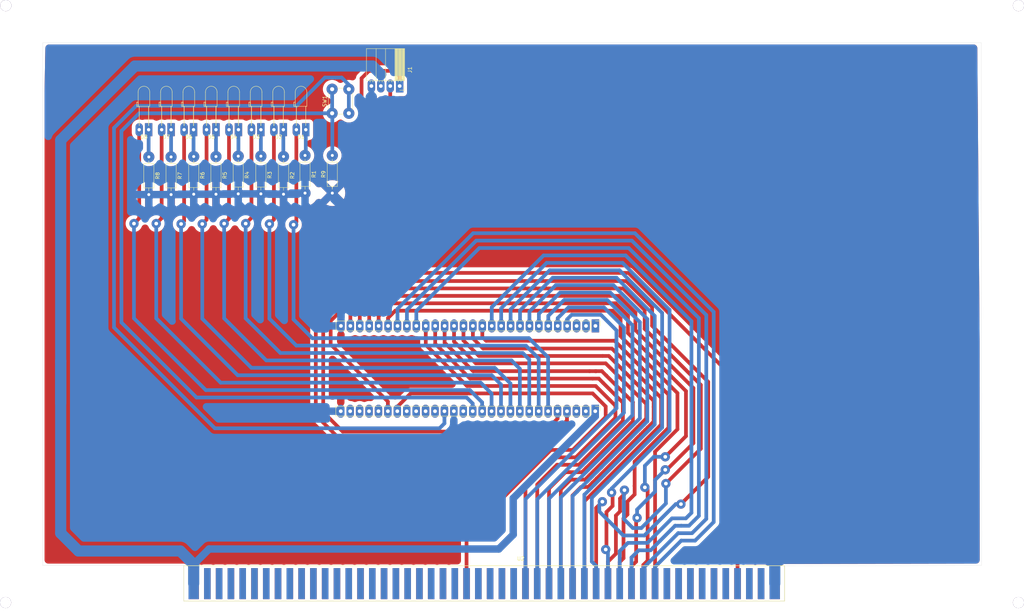
<source format=kicad_pcb>
(kicad_pcb (version 20241229) (generator "pcbnew") (generator_version "9.0")
  (layers (0 "F.Cu" signal) (2 "B.Cu" signal) (13 "F.Paste" user) (15 "B.Paste" user) (5 "F.SilkS" user "F.Silkscreen") (7 "B.SilkS" user "B.Silkscreen") (1 "F.Mask" user) (3 "B.Mask" user) (25 "Edge.Cuts" user))
  (net 0 "")
  (net 1 "GND")
  (net 2 "Net-(U1A-9)")
  (net 3 "Net-(U1A-22)")
  (net 5 "Net-(U1A-23)")
  (net 6 "Net-(U1A-13)")
  (net 7 "Net-(U1A-12)")
  (net 8 "Net-(D4-A)")
  (net 9 "Net-(U1A-21)")
  (net 10 "Net-(U1A-8)")
  (net 11 "Net-(U1A-30{slash}A14)")
  (net 13 "Net-(U1A-6)")
  (net 14 "Net-(U1A-0)")
  (net 15 "Net-(U1A-5)")
  (net 16 "Net-(U1A-31{slash}A13)")
  (net 18 "Net-(U1A-16)")
  (net 20 "Net-(U1A-10)")
  (net 21 "Net-(D6-A)")
  (net 22 "Net-(D5-A)")
  (net 24 "Net-(U1A-17)")
  (net 25 "Net-(U1A-1)")
  (net 26 "Net-(U1A-7)")
  (net 27 "Net-(U1A-19)")
  (net 30 "Net-(D1-A)")
  (net 31 "Net-(U1A-18)")
  (net 32 "Net-(U1A-14)")
  (net 34 "Net-(U1A-11)")
  (net 35 "+5V")
  (net 37 "Net-(D2-A)")
  (net 38 "Net-(D7-A)")
  (net 39 "Net-(U1A-3)")
  (net 40 "Net-(D8-A)")
  (net 42 "Net-(U1A-20)")
  (net 43 "Net-(U1A-15)")
  (net 44 "Net-(U1A-2)")
  (net 45 "Net-(U1A-4)")
  (net 46 "Net-(D3-A)")
  (net 117 "Net-(D8-K)")
  (net 118 "Net-(D1-K)")
  (net 119 "Net-(D2-K)")
  (net 120 "Net-(D3-K)")
  (net 121 "Net-(D4-K)")
  (net 122 "Net-(D5-K)")
  (net 123 "Net-(D6-K)")
  (net 124 "Net-(D7-K)")
  (net 125 "Net-(U1A-36{slash}A8)")
  (net 126 "+3.3V")
  (net 127 "Net-(J1-Pin_1)")
  (net 128 "Net-(J1-Pin_2)")
  (footprint "Resistor_THT:R_Axial_DIN0207_L6.3mm_D2.5mm_P10.16mm_Horizontal" (layer "F.Cu") (at 60.85 42.32 -90)
    (property "Reference" "R6")
    (property "Value" "670")
  )
  (footprint "Resistor_THT:R_Axial_DIN0207_L6.3mm_D2.5mm_P10.16mm_Horizontal" (layer "F.Cu") (at 85.05 42.32 -90)
    (property "Reference" "R2")
    (property "Value" "670")
  )
  (footprint "LED_THT:LED_D3.0mm_Horizontal_O6.35mm_Z10.0mm" (layer "F.Cu") (at 60.8 35.075 180)
    (property "Reference" "D6")
    (property "Value" "LED")
  )
  (footprint "Resistor_THT:R_Axial_DIN0207_L6.3mm_D2.5mm_P10.16mm_Horizontal" (layer "F.Cu") (at 66.85 42.32 -90)
    (property "Reference" "R5")
    (property "Value" "670")
  )
  (footprint "Connector_PinSocket_2.54mm:PinSocket_1x04_P2.54mm_Horizontal" (layer "F.Cu") (at 116.35 23.3 -90)
    (property "Reference" "J1")
    (property "Value" "Conn_01x04_Male")
  )
  (footprint "S_Connectors:s100" (layer "F.Cu") (at 58.172863 162.1983)
    (property "Reference" "U2")
    (property "Value" "~" (hide yes))
  )
  (footprint "Resistor_THT:R_Axial_DIN0207_L6.3mm_D2.5mm_P10.16mm_Horizontal" (layer "F.Cu") (at 78.95 42.22 -90)
    (property "Reference" "R3")
    (property "Value" "670")
  )
  (footprint "fubarino:fubarino_sd" (layer "F.Cu") (at 168.102863 88.3993 -90)
    (property "Reference" "U1" (hide yes))
    (property "Value" "fubarino_sd")
  )
  (footprint "Resistor_THT:R_Axial_DIN0207_L6.3mm_D2.5mm_P10.16mm_Horizontal" (layer "F.Cu") (at 72.85 42.22 -90)
    (property "Reference" "R4")
    (property "Value" "670")
  )
  (footprint "LED_THT:LED_D3.0mm_Horizontal_O6.35mm_Z10.0mm" (layer "F.Cu") (at 85 35.075 180)
    (property "Reference" "D2")
    (property "Value" "LED")
  )
  (footprint "Resistor_THT:R_Axial_DIN0207_L6.3mm_D2.5mm_P10.16mm_Horizontal" (layer "F.Cu") (at 48.75 42.42 -90)
    (property "Reference" "R8")
    (property "Value" "670")
  )
  (footprint "LED_THT:LED_D3.0mm_Horizontal_O6.35mm_Z10.0mm" (layer "F.Cu") (at 91.05 35.075 180)
    (property "Reference" "D1")
    (property "Value" "LED")
  )
  (footprint "LED_THT:LED_D3.0mm_Horizontal_O6.35mm_Z10.0mm" (layer "F.Cu") (at 66.85 35.075 180)
    (property "Reference" "D5")
    (property "Value" "LED")
  )
  (footprint "LED_THT:LED_D3.0mm_Horizontal_O6.35mm_Z10.0mm" (layer "F.Cu") (at 54.75 35.075 180)
    (property "Reference" "D7")
    (property "Value" "LED")
  )
  (footprint "Resistor_THT:R_Axial_DIN0207_L6.3mm_D2.5mm_P10.16mm_Horizontal" (layer "F.Cu") (at 98.2 52.18 90)
    (property "Reference" "R9")
    (property "Value" "1000")
  )
  (footprint "Resistor_THT:R_Axial_DIN0207_L6.3mm_D2.5mm_P10.16mm_Horizontal" (layer "F.Cu") (at 90.85 42.02 -90)
    (property "Reference" "R1")
    (property "Value" "670")
  )
  (footprint "Resistor_THT:R_Axial_DIN0207_L6.3mm_D2.5mm_P10.16mm_Horizontal" (layer "F.Cu") (at 54.75 42.42 -90)
    (property "Reference" "R7")
    (property "Value" "670")
  )
  (footprint "LED_THT:LED_D3.0mm_Horizontal_O6.35mm_Z10.0mm" (layer "F.Cu") (at 72.9 35.075 180)
    (property "Reference" "D4")
    (property "Value" "LED")
  )
  (footprint "Button_Switch_THT:SW_PUSH_6mm_H5mm" (layer "F.Cu") (at 98.15 30.65 90)
    (property "Reference" "SW1")
    (property "Value" "SW_Push")
  )
  (footprint "LED_THT:LED_D3.0mm_Horizontal_O6.35mm_Z10.0mm" (layer "F.Cu") (at 78.95 35.075 180)
    (property "Reference" "D3")
    (property "Value" "LED")
  )
  (footprint "LED_THT:LED_D3.0mm_Horizontal_O6.35mm_Z10.0mm" (layer "F.Cu") (at 48.7 35.075 180)
    (property "Reference" "D8")
    (property "Value" "LED")
  )
  (gr_line (start 220.047863 152.6993) (end 220.047863 162.1993) (stroke (width 0.05)) (layer "Edge.Cuts"))
  (gr_line (start 20.147863 152.5993) (end 20.15002 11.6) (stroke (width 0.05)) (layer "Edge.Cuts"))
  (gr_line (start 58.147863 152.5993) (end 58.147863 162.1993) (stroke (width 0.05)) (layer "Edge.Cuts"))
  (gr_line (start 58.147863 162.1993) (end 220.047863 162.1993) (stroke (width 0.05)) (layer "Edge.Cuts"))
  (gr_line (start 220.047863 162.1993) (end 220.047863 152.6993) (stroke (width 0.05)) (layer "Edge.Cuts"))
  (gr_line (start 58.147863 152.5993) (end 20.147863 152.5993) (stroke (width 0.05)) (layer "Edge.Cuts"))
  (gr_line (start 220.047863 152.6993) (end 273.147863 152.5993) (stroke (width 0.05)) (layer "Edge.Cuts"))
  (gr_line (start 273.147863 152.5993) (end 273.1 11.6) (stroke (width 0.05)) (layer "Edge.Cuts"))
  (gr_line (start 20.2 11.6) (end 273.1 11.6) (stroke (width 0.05)) (layer "Edge.Cuts"))
  (gr_line (start 58.147863 152.5993) (end 58.147863 162.1993) (stroke (width 0.05)) (layer "Edge.Cuts"))
  (via (at 283.1 1.6) (size 3.001) (drill 3) (layers "F.Cu" "B.Cu") (net 0))
  (via (at 283.1 162.5993) (size 3.001) (drill 3) (layers "F.Cu" "B.Cu") (net 0))
  (via (at 10.1479 162.5993) (size 3.001) (drill 3) (layers "F.Cu" "B.Cu") (net 0))
  (via (at 10.2 1.6) (size 3.001) (drill 3) (layers "F.Cu" "B.Cu") (net 0))
  (segment (start 179.5246 58.0993) (end 134.6 58.0993) (width 3) (layer "B.Cu") (net 1))
  (segment (start 75.3 56.75) (end 68.9 56.75) (width 2) (layer "B.Cu") (net 1))
  (segment (start 124.384863 60.4873) (end 124.41342 60.4873) (width 2) (layer "B.Cu") (net 1))
  (segment (start 75.3 56.75) (end 72.85 54.3) (width 1) (layer "B.Cu") (net 1))
  (segment (start 108.7 52) (end 108.7 26.36) (width 3) (layer "B.Cu") (net 1))
  (segment (start 90.85 52.18) (end 90.85 54.6) (width 1) (layer "B.Cu") (net 1))
  (segment (start 88.9 56.75) (end 87.8 56.75) (width 2) (layer "B.Cu") (net 1))
  (segment (start 217.430863 96.005563) (end 179.5246 58.0993) (width 3) (layer "B.Cu") (net 1))
  (segment (start 85.05 54) (end 85.05 52.48) (width 1) (layer "B.Cu") (net 1))
  (segment (start 93 56.75) (end 100.8 56.75) (width 2) (layer "B.Cu") (net 1))
  (segment (start 81.3 56.75) (end 75.3 56.75) (width 2) (layer "B.Cu") (net 1))
  (segment (start 113.45 56.75) (end 114.7993 58.0993) (width 2) (layer "B.Cu") (net 1))
  (segment (start 72.85 54.3) (end 72.85 52.38) (width 1) (layer "B.Cu") (net 1))
  (segment (start 68.9 56.75) (end 66.85 54.7) (width 1) (layer "B.Cu") (net 1))
  (segment (start 134.6 58.0993) (end 114.7993 58.0993) (width 3) (layer "B.Cu") (net 1))
  (segment (start 63 56.75) (end 60.85 54.6) (width 1) (layer "B.Cu") (net 1))
  (segment (start 63 56.75) (end 56.4 56.75) (width 2) (layer "B.Cu") (net 1))
  (segment (start 90.85 54.6) (end 93 56.75) (width 1) (layer "B.Cu") (net 1))
  (segment (start 124.41342 60.4873) (end 126.80142 58.0993) (width 2) (layer "B.Cu") (net 1))
  (segment (start 81.3 56.75) (end 78.95 54.4) (width 1) (layer "B.Cu") (net 1))
  (segment (start 56.4 56.75) (end 54.75 55.1) (width 1) (layer "B.Cu") (net 1))
  (segment (start 124.384863 60.4873) (end 112.087142 72.785022) (width 2) (layer "B.Cu") (net 1))
  (segment (start 134.6 58.0993) (end 126.80142 58.0993) (width 3) (layer "B.Cu") (net 1))
  (segment (start 217.430863 157.4993) (end 217.430863 96.005563) (width 3) (layer "B.Cu") (net 1))
  (segment (start 114.7993 58.0993) (end 108.7 52) (width 3) (layer "B.Cu") (net 1))
  (segment (start 60.85 54.6) (end 60.85 52.48) (width 1) (layer "B.Cu") (net 1))
  (segment (start 112.087142 72.785022) (end 103.122863 81.7493) (width 2) (layer "B.Cu") (net 1))
  (segment (start 48.75 55.4) (end 48.75 52.58) (width 1) (layer "B.Cu") (net 1))
  (segment (start 88.9 56.75) (end 93 56.75) (width 2) (layer "B.Cu") (net 1))
  (segment (start 87.8 56.75) (end 85.05 54) (width 1) (layer "B.Cu") (net 1))
  (segment (start 100.8 56.75) (end 113.45 56.75) (width 2) (layer "B.Cu") (net 1))
  (segment (start 87.8 56.75) (end 81.3 56.75) (width 2) (layer "B.Cu") (net 1))
  (segment (start 102.722863 82.1493) (end 103.122863 81.7493) (width 1) (layer "B.Cu") (net 1))
  (segment (start 54.75 55.1) (end 54.75 52.58) (width 1) (layer "B.Cu") (net 1))
  (segment (start 100.522863 84.3493) (end 100.522863 87.9993) (width 2) (layer "B.Cu") (net 1))
  (segment (start 50.1 56.75) (end 48.75 55.4) (width 1) (layer "B.Cu") (net 1))
  (segment (start 98.2 52.18) (end 98.2 54.15) (width 1) (layer "B.Cu") (net 1))
  (segment (start 108.73 26.33) (end 108.8 26.4) (width 1) (layer "B.Cu") (net 1))
  (segment (start 50.1 56.75) (end 56.4 56.75) (width 1) (layer "B.Cu") (net 1))
  (segment (start 66.85 54.7) (end 66.85 52.48) (width 1) (layer "B.Cu") (net 1))
  (segment (start 98.2 54.15) (end 100.8 56.75) (width 1) (layer "B.Cu") (net 1))
  (segment (start 78.95 54.4) (end 78.95 52.38) (width 1) (layer "B.Cu") (net 1))
  (segment (start 108.7 26.36) (end 108.73 26.33) (width 3) (layer "B.Cu") (net 1))
  (segment (start 108.73 23.3) (end 108.73 26.33) (width 1.5) (layer "B.Cu") (net 1))
  (segment (start 103.122863 81.7493) (end 100.522863 84.3493) (width 2) (layer "B.Cu") (net 1))
  (segment (start 102.422863 82.4493) (end 103.122863 81.7493) (width 1) (layer "B.Cu") (net 1))
  (segment (start 68.9 56.75) (end 63 56.75) (width 2) (layer "B.Cu") (net 1))
  (segment (start 177.73059 138.861916) (end 177.73059 135.37037) (width 1) (layer "F.Cu") (net 2))
  (segment (start 138.622863 90.972863) (end 138.622863 87.9993) (width 1) (layer "F.Cu") (net 2))
  (segment (start 179.671863 131.148092) (end 179.671863 124.579349) (width 1) (layer "F.Cu") (net 2))
  (segment (start 174.262387 91.9993) (end 139.6493 91.9993) (width 1) (layer "F.Cu") (net 2))
  (segment (start 179.672863 131.149092) (end 179.671863 131.148092) (width 1) (layer "F.Cu") (net 2))
  (segment (start 179.671863 124.579349) (end 188.80142 115.449792) (width 1) (layer "F.Cu") (net 2))
  (segment (start 177.73059 135.37037) (end 179.672863 133.428096) (width 1) (layer "F.Cu") (net 2))
  (segment (start 188.80142 115.449792) (end 188.80142 106.538333) (width 1) (layer "F.Cu") (net 2))
  (segment (start 175.647863 151.6733) (end 176.672863 150.6483) (width 1) (layer "F.Cu") (net 2))
  (segment (start 176.672863 150.6483) (end 176.672863 139.919644) (width 1) (layer "F.Cu") (net 2))
  (segment (start 175.647863 157.4993) (end 175.647863 151.6733) (width 1) (layer "F.Cu") (net 2))
  (segment (start 176.672863 139.919644) (end 177.73059 138.861916) (width 1) (layer "F.Cu") (net 2))
  (segment (start 139.6493 91.9993) (end 138.622863 90.972863) (width 1) (layer "F.Cu") (net 2))
  (segment (start 188.80142 106.538333) (end 174.262387 91.9993) (width 1) (layer "F.Cu") (net 2))
  (segment (start 179.672863 133.428096) (end 179.672863 131.149092) (width 1) (layer "F.Cu") (net 2))
  (segment (start 172.472863 151.589802) (end 174.623863 149.438802) (width 1) (layer "F.Cu") (net 3))
  (segment (start 176.529546 77.8963) (end 182.372863 83.739617) (width 1) (layer "F.Cu") (net 3))
  (segment (start 182.372863 88.790409) (end 182.372863 88.790408) (width 1) (layer "F.Cu") (net 3))
  (segment (start 176.921863 133.349256) (end 176.921863 132.288594) (width 1) (layer "F.Cu") (net 3))
  (segment (start 176.771757 132.4387) (end 176.921863 132.288594) (width 1) (layer "F.Cu") (net 3))
  (segment (start 182.372863 83.739617) (end 182.372863 87.132725) (width 1) (layer "F.Cu") (net 3))
  (segment (start 105.602863 87.9993) (end 105.602863 84.457541) (width 1) (layer "F.Cu") (net 3))
  (segment (start 182.372863 88.790409) (end 197.50042 103.917966) (width 1) (layer "F.Cu") (net 3))
  (segment (start 197.50042 103.917966) (end 197.50042 121.109823) (width 1) (layer "F.Cu") (net 3))
  (segment (start 172.472863 157.4993) (end 172.472863 151.589802) (width 1) (layer "F.Cu") (net 3))
  (segment (start 175.72959 134.541529) (end 176.921863 133.349256) (width 1) (layer "F.Cu") (net 3))
  (segment (start 112.164104 77.8963) (end 176.529546 77.8963) (width 1) (layer "F.Cu") (net 3))
  (segment (start 197.50042 121.109823) (end 188.091903 130.51834) (width 1) (layer "F.Cu") (net 3))
  (segment (start 175.72959 138.033075) (end 175.72959 134.541529) (width 1) (layer "F.Cu") (net 3))
  (segment (start 105.602863 84.457541) (end 112.164104 77.8963) (width 1) (layer "F.Cu") (net 3))
  (segment (start 188.091903 130.51834) (end 188.313362 130.739799) (width 1) (layer "F.Cu") (net 3))
  (segment (start 174.623863 149.438802) (end 174.623863 139.138802) (width 1) (layer "F.Cu") (net 3))
  (segment (start 182.372863 87.132725) (end 182.372863 88.790409) (width 1) (layer "F.Cu") (net 3))
  (segment (start 174.623863 139.138802) (end 175.72959 138.033075) (width 1) (layer "F.Cu") (net 3))
  (via (at 188.091903 130.51834) (size 2.5) (drill 1) (layers "F.Cu" "B.Cu") (net 3))
  (via (at 176.921863 132.288594) (size 2.5) (drill 1) (layers "F.Cu" "B.Cu") (net 3))
  (segment (start 179.190472 142.510528) (end 176.771757 140.091813) (width 1) (layer "B.Cu") (net 3))
  (segment (start 176.771757 140.091813) (end 176.771757 132.4387) (width 1) (layer "B.Cu") (net 3))
  (segment (start 188.091903 130.51834) (end 188.091903 135.888101) (width 1) (layer "B.Cu") (net 3))
  (segment (start 188.091903 135.888101) (end 181.469476 142.510528) (width 1) (layer "B.Cu") (net 3))
  (segment (start 181.469476 142.510528) (end 179.190472 142.510528) (width 1) (layer "B.Cu") (net 3))
  (segment (start 187.922863 130.68738) (end 188.091903 130.51834) (width 1) (layer "B.Cu") (net 3))
  (segment (start 176.771757 132.4387) (end 176.921863 132.288594) (width 1) (layer "B.Cu") (net 3))
  (segment (start 169.297863 157.4993) (end 169.297863 137.082754) (width 1) (layer "F.Cu") (net 5))
  (segment (start 103.062863 87.9993) (end 103.062863 84.167699) (width 1) (layer "F.Cu") (net 5))
  (segment (start 199.50142 128.700336) (end 192.145286 136.05647) (width 1) (layer "F.Cu") (net 5))
  (segment (start 169.297863 137.082754) (end 170.97759 135.403027) (width 1) (layer "F.Cu") (net 5))
  (segment (start 111.335262 75.8953) (end 177.358388 75.8953) (width 1) (layer "F.Cu") (net 5))
  (segment (start 184.373863 82.910776) (end 184.373863 87.961567) (width 1) (layer "F.Cu") (net 5))
  (segment (start 177.358388 75.8953) (end 184.373863 82.910776) (width 1) (layer "F.Cu") (net 5))
  (segment (start 199.50142 103.089124) (end 199.50142 128.700336) (width 1) (layer "F.Cu") (net 5))
  (segment (start 184.373863 87.961567) (end 199.50142 103.089124) (width 1) (layer "F.Cu") (net 5))
  (segment (start 103.062863 84.167699) (end 111.335262 75.8953) (width 1) (layer "F.Cu") (net 5))
  (via (at 170.97759 135.403027) (size 2.5) (drill 1) (layers "F.Cu" "B.Cu") (net 5))
  (via (at 192.145286 136.05647) (size 2.5) (drill 1) (layers "F.Cu" "B.Cu") (net 5))
  (segment (start 176.605249 144.511528) (end 170.146863 138.053142) (width 1) (layer "B.Cu") (net 5))
  (segment (start 190.753376 136.05647) (end 182.298317 144.511528) (width 1) (layer "B.Cu") (net 5))
  (segment (start 182.298317 144.511528) (end 176.605249 144.511528) (width 1) (layer "B.Cu") (net 5))
  (segment (start 170.146863 138.053142) (end 170.146863 136.233754) (width 1) (layer "B.Cu") (net 5))
  (segment (start 192.145286 136.05647) (end 190.753376 136.05647) (width 1) (layer "B.Cu") (net 5))
  (segment (start 170.146863 136.233754) (end 170.97759 135.403027) (width 1) (layer "B.Cu") (net 5))
  (segment (start 170.832547 100.1993) (end 170.832547 100.199299) (width 1) (layer "F.Cu") (net 6))
  (segment (start 169.174862 100.1993) (end 169.174864 100.1993) (width 1) (layer "F.Cu") (net 6))
  (segment (start 128.462863 92.513179) (end 136.148984 100.1993) (width 1) (layer "F.Cu") (net 6))
  (segment (start 162.16518 127.4513) (end 161.020863 127.4513) (width 1) (layer "F.Cu") (net 6))
  (segment (start 165.480547 127.451301) (end 165.480545 127.4513) (width 1) (layer "F.Cu") (net 6))
  (segment (start 128.462863 87.9993) (end 128.462863 92.513179) (width 1) (layer "F.Cu") (net 6))
  (segment (start 172.004706 101.371459) (end 178.50342 107.870173) (width 1) (layer "F.Cu") (net 6))
  (segment (start 179.20142 113.730425) (end 178.50342 114.428425) (width 1) (layer "F.Cu") (net 6))
  (segment (start 166.652706 126.279142) (end 166.652706 126.279141) (width 1) (layer "F.Cu") (net 6))
  (segment (start 178.50342 114.428427) (end 166.652706 126.279142) (width 1) (layer "F.Cu") (net 6))
  (segment (start 167.51718 100.1993) (end 169.174862 100.1993) (width 1) (layer "F.Cu") (net 6))
  (segment (start 178.50342 114.428425) (end 178.50342 114.428427) (width 1) (layer "F.Cu") (net 6))
  (segment (start 161.020863 127.4513) (end 156.597863 131.8743) (width 1) (layer "F.Cu") (net 6))
  (segment (start 170.832547 100.199299) (end 172.004706 101.371458) (width 1) (layer "F.Cu") (net 6))
  (segment (start 166.652706 126.279142) (end 165.480547 127.4513) (width 1) (layer "F.Cu") (net 6))
  (segment (start 165.480545 127.4513) (end 163.822863 127.4513) (width 1) (layer "F.Cu") (net 6))
  (segment (start 179.20142 108.568173) (end 179.20142 113.730425) (width 1) (layer "F.Cu") (net 6))
  (segment (start 165.480547 127.4513) (end 165.480547 127.451301) (width 1) (layer "F.Cu") (net 6))
  (segment (start 163.822862 127.4513) (end 162.16518 127.4513) (width 1) (layer "F.Cu") (net 6))
  (segment (start 163.822863 127.4513) (end 163.822862 127.4513) (width 1) (layer "F.Cu") (net 6))
  (segment (start 156.597863 131.8743) (end 156.597863 157.4993) (width 1) (layer "F.Cu") (net 6))
  (segment (start 169.174863 100.199299) (end 170.832547 100.1993) (width 1) (layer "F.Cu") (net 6))
  (segment (start 169.174864 100.1993) (end 169.174863 100.199299) (width 1) (layer "F.Cu") (net 6))
  (segment (start 172.004706 101.371458) (end 172.004706 101.371459) (width 1) (layer "F.Cu") (net 6))
  (segment (start 169.174862 100.1993) (end 169.174863 100.199299) (width 1) (layer "F.Cu") (net 6))
  (segment (start 136.148984 100.1993) (end 167.51718 100.1993) (width 1) (layer "F.Cu") (net 6))
  (segment (start 178.50342 107.870173) (end 179.20142 108.568173) (width 1) (layer "F.Cu") (net 6))
  (segment (start 167.481548 128.280142) (end 167.481547 128.280142) (width 1) (layer "F.Cu") (net 7))
  (segment (start 171.874863 98.1013) (end 182.79842 109.024859) (width 1) (layer "F.Cu") (net 7))
  (segment (start 180.50442 115.257269) (end 180.346367 115.41532) (width 1) (layer "F.Cu") (net 7))
  (segment (start 181.20242 114.559267) (end 180.50442 115.257266) (width 1) (layer "F.Cu") (net 7))
  (segment (start 179.681261 116.080426) (end 179.332261 116.429427) (width 1) (layer "F.Cu") (net 7))
  (segment (start 136.880826 98.1013) (end 171.874863 98.1013) (width 1) (layer "F.Cu") (net 7))
  (segment (start 180.50442 115.257267) (end 180.50442 115.257268) (width 1) (layer "F.Cu") (net 7))
  (segment (start 182.79842 109.024859) (end 182.79842 112.963265) (width 1) (layer "F.Cu") (net 7))
  (segment (start 180.50442 115.257268) (end 180.50442 115.257269) (width 1) (layer "F.Cu") (net 7))
  (segment (start 159.772863 132.0993) (end 159.772863 157.4993) (width 1) (layer "F.Cu") (net 7))
  (segment (start 131.002863 87.9993) (end 131.002863 92.223337) (width 1) (layer "F.Cu") (net 7))
  (segment (start 162.994021 129.4523) (end 162.419863 129.4523) (width 1) (layer "F.Cu") (net 7))
  (segment (start 181.20242 114.559267) (end 181.20242 114.559266) (width 1) (layer "F.Cu") (net 7))
  (segment (start 179.332261 116.429427) (end 168.653705 127.107984) (width 1) (layer "F.Cu") (net 7))
  (segment (start 182.79842 112.963265) (end 181.20242 114.559267) (width 1) (layer "F.Cu") (net 7))
  (segment (start 166.309385 129.4523) (end 164.651706 129.452301) (width 1) (layer "F.Cu") (net 7))
  (segment (start 166.309386 129.4523) (end 166.309385 129.4523) (width 1) (layer "F.Cu") (net 7))
  (segment (start 164.651706 129.452301) (end 164.651705 129.452301) (width 1) (layer "F.Cu") (net 7))
  (segment (start 162.419863 129.4523) (end 159.772863 132.0993) (width 1) (layer "F.Cu") (net 7))
  (segment (start 167.481547 128.280142) (end 166.309388 129.4523) (width 1) (layer "F.Cu") (net 7))
  (segment (start 166.309388 129.4523) (end 166.309386 129.4523) (width 1) (layer "F.Cu") (net 7))
  (segment (start 168.653705 127.107984) (end 167.481548 128.280142) (width 1) (layer "F.Cu") (net 7))
  (segment (start 164.651705 129.452301) (end 162.994021 129.4523) (width 1) (layer "F.Cu") (net 7))
  (segment (start 131.002863 92.223337) (end 136.880826 98.1013) (width 1) (layer "F.Cu") (net 7))
  (segment (start 180.346367 115.41532) (end 180.03026 115.731425) (width 1) (layer "F.Cu") (net 7))
  (segment (start 180.03026 115.731425) (end 180.030261 115.731425) (width 1) (layer "F.Cu") (net 7))
  (segment (start 180.50442 115.257266) (end 180.50442 115.257267) (width 1) (layer "F.Cu") (net 7))
  (segment (start 180.030261 115.731425) (end 179.681261 116.080426) (width 1) (layer "F.Cu") (net 7))
  (segment (start 70.36 59.09) (end 70.36 35.075) (width 1) (layer "F.Cu") (net 8))
  (segment (start 69.05 60.4) (end 70.36 59.09) (width 1) (layer "F.Cu") (net 8))
  (via (at 69.05 60.4) (size 2.5) (drill 1) (layers "F.Cu" "B.Cu") (net 8))
  (segment (start 80.40442 97.3023) (end 70.45106 87.34894) (width 1) (layer "B.Cu") (net 8))
  (segment (start 148.732863 99.5593) (end 146.475863 97.3023) (width 1) (layer "B.Cu") (net 8))
  (segment (start 146.475863 97.3023) (end 80.40442 97.3023) (width 1) (layer "B.Cu") (net 8))
  (segment (start 148.732863 110.9993) (end 148.732863 99.5593) (width 1) (layer "B.Cu") (net 8))
  (segment (start 69.05 60.4) (end 69.05 85.94788) (width 1) (layer "B.Cu") (net 8))
  (segment (start 69.05 85.94788) (end 70.45106 87.34894) (width 1) (layer "B.Cu") (net 8))
  (segment (start 180.371863 89.619251) (end 179.874863 89.122251) (width 1) (layer "F.Cu") (net 9))
  (segment (start 179.874863 89.122251) (end 179.874863 84.411778) (width 1) (layer "F.Cu") (net 9))
  (segment (start 178.822863 152.819458) (end 178.822863 157.4993) (width 1) (layer "F.Cu") (net 9))
  (segment (start 188.313362 126.798292) (end 195.49942 119.612234) (width 1) (layer "F.Cu") (net 9))
  (segment (start 187.922863 126.798292) (end 188.313362 126.798292) (width 1) (layer "F.Cu") (net 9))
  (segment (start 180.072863 140.016639) (end 180.329974 139.759528) (width 1) (layer "F.Cu") (net 9))
  (segment (start 175.360384 79.8973) (end 112.992946 79.8973) (width 1) (layer "F.Cu") (net 9))
  (segment (start 112.992946 79.8973) (end 108.142863 84.747383) (width 1) (layer "F.Cu") (net 9))
  (segment (start 108.142863 84.747383) (end 108.142863 87.9993) (width 1) (layer "F.Cu") (net 9))
  (segment (start 180.072863 151.569458) (end 180.072863 140.016639) (width 1) (layer "F.Cu") (net 9))
  (segment (start 179.874863 84.411778) (end 175.360384 79.8973) (width 1) (layer "F.Cu") (net 9))
  (segment (start 180.072863 151.569458) (end 178.822863 152.819458) (width 1) (layer "F.Cu") (net 9))
  (segment (start 195.49942 104.746808) (end 180.371863 89.619251) (width 1) (layer "F.Cu") (net 9))
  (segment (start 195.49942 119.612234) (end 195.49942 104.746808) (width 1) (layer "F.Cu") (net 9))
  (segment (start 187.922863 126.798292) (end 188.313362 127.188791) (width 1) (layer "F.Cu") (net 9))
  (via (at 187.922863 126.798292) (size 2.5) (drill 1) (layers "F.Cu" "B.Cu") (net 9))
  (via (at 180.329974 139.759528) (size 2.5) (drill 1) (layers "F.Cu" "B.Cu") (net 9))
  (segment (start 185.173863 129.547292) (end 187.922863 126.798292) (width 1) (layer "B.Cu") (net 9))
  (segment (start 180.329974 137.521777) (end 185.173863 132.677888) (width 1) (layer "B.Cu") (net 9))
  (segment (start 180.329974 139.759528) (end 180.329974 137.521777) (width 1) (layer "B.Cu") (net 9))
  (segment (start 185.173863 132.677888) (end 185.173863 129.547292) (width 1) (layer "B.Cu") (net 9))
  (segment (start 177.859635 146.512528) (end 183.127158 146.512528) (width 1) (layer "B.Cu") (net 10))
  (segment (start 155.128698 68.991302) (end 141.162863 82.957137) (width 1) (layer "B.Cu") (net 10))
  (segment (start 194.972863 138.3993) (end 194.972863 86.72025) (width 1) (layer "B.Cu") (net 10))
  (segment (start 177.243915 68.991302) (end 155.128698 68.991302) (width 1) (layer "B.Cu") (net 10))
  (segment (start 194.972863 86.72025) (end 177.243915 68.991302) (width 1) (layer "B.Cu") (net 10))
  (segment (start 193.472863 139.8993) (end 194.972863 138.3993) (width 1) (layer "B.Cu") (net 10))
  (segment (start 141.162863 82.957137) (end 141.162863 87.9993) (width 1) (layer "B.Cu") (net 10))
  (segment (start 186.128814 143.510873) (end 189.740386 139.8993) (width 1) (layer "B.Cu") (net 10))
  (segment (start 175.647863 148.7243) (end 177.859635 146.512528) (width 1) (layer "B.Cu") (net 10))
  (segment (start 189.740386 139.8993) (end 193.472863 139.8993) (width 1) (layer "B.Cu") (net 10))
  (segment (start 183.127158 146.512528) (end 186.128814 143.510873) (width 1) (layer "B.Cu") (net 10))
  (segment (start 175.647863 157.4993) (end 175.647863 148.7243) (width 1) (layer "B.Cu") (net 10))
  (segment (start 97.75142 86.6493) (end 110.70242 73.6983) (width 1) (layer "F.Cu") (net 11))
  (segment (start 207.397863 103.104933) (end 207.397863 157.4993) (width 1) (layer "F.Cu") (net 11))
  (segment (start 177.99123 73.6983) (end 207.397863 103.104933) (width 1) (layer "F.Cu") (net 11))
  (segment (start 97.75142 92.977858) (end 101.137141 96.363579) (width 1) (layer "F.Cu") (net 11))
  (segment (start 113.172863 110.9993) (end 113.172863 108.3993) (width 1) (layer "F.Cu") (net 11))
  (segment (start 97.75142 86.6493) (end 97.75142 92.977858) (width 1) (layer "F.Cu") (net 11))
  (segment (start 113.172863 108.3993) (end 101.137141 96.363579) (width 1) (layer "F.Cu") (net 11))
  (segment (start 110.70242 73.6983) (end 177.99123 73.6983) (width 1) (layer "F.Cu") (net 11))
  (segment (start 168.123863 151.5503) (end 168.123863 134.367665) (width 1) (layer "B.Cu") (net 13))
  (segment (start 175.586231 72.993302) (end 156.786382 72.993302) (width 1) (layer "B.Cu") (net 13))
  (segment (start 187.077863 115.413667) (end 187.077863 84.484937) (width 1) (layer "B.Cu") (net 13))
  (segment (start 169.297863 152.7243) (end 168.123863 151.5503) (width 1) (layer "B.Cu") (net 13))
  (segment (start 168.22659 134.264938) (end 168.22659 134.263525) (width 1) (layer "B.Cu") (net 13))
  (segment (start 172.312964 130.177151) (end 172.314378 130.177151) (width 1) (layer "B.Cu") (net 13))
  (segment (start 156.786382 72.993302) (end 146.242863 83.536821) (width 1) (layer "B.Cu") (net 13))
  (segment (start 146.242863 83.536821) (end 146.242863 87.9993) (width 1) (layer "B.Cu") (net 13))
  (segment (start 169.297863 157.4993) (end 169.297863 152.7243) (width 1) (layer "B.Cu") (net 13))
  (segment (start 168.123863 134.367665) (end 168.22659 134.264938) (width 1) (layer "B.Cu") (net 13))
  (segment (start 172.314378 130.177151) (end 187.077863 115.413667) (width 1) (layer "B.Cu") (net 13))
  (segment (start 168.22659 134.263525) (end 172.312964 130.177151) (width 1) (layer "B.Cu") (net 13))
  (segment (start 187.077863 84.484937) (end 175.586231 72.993302) (width 1) (layer "B.Cu") (net 13))
  (segment (start 174.772863 89.1993) (end 174.772863 110.1993) (width 1) (layer "B.Cu") (net 14))
  (segment (start 174.772863 110.1993) (end 150.247863 134.7243) (width 1) (layer "B.Cu") (net 14))
  (segment (start 170.572863 84.9993) (end 174.772863 89.1993) (width 1) (layer "B.Cu") (net 14))
  (segment (start 161.482863 87.9993) (end 161.482863 86.217137) (width 1) (layer "B.Cu") (net 14))
  (segment (start 161.482863 86.217137) (end 162.7007 84.9993) (width 1) (layer "B.Cu") (net 14))
  (segment (start 162.7007 84.9993) (end 170.572863 84.9993) (width 1) (layer "B.Cu") (net 14))
  (segment (start 150.247863 134.7243) (end 150.247863 157.4993) (width 1) (layer "B.Cu") (net 14))
  (segment (start 168.700466 130.959808) (end 169.009246 130.651027) (width 1) (layer "B.Cu") (net 15))
  (segment (start 167.837088 131.823186) (end 168.700466 130.959807) (width 1) (layer "B.Cu") (net 15))
  (segment (start 174.75739 74.994301) (end 174.757391 74.994302) (width 1) (layer "B.Cu") (net 15))
  (segment (start 166.22559 133.434684) (end 166.22559 133.434683) (width 1) (layer "B.Cu") (net 15))
  (segment (start 166.22559 133.434683) (end 167.397749 132.262525) (width 1) (layer "B.Cu") (net 15))
  (segment (start 148.782863 83.826663) (end 148.782863 87.9993) (width 1) (layer "B.Cu") (net 15))
  (segment (start 185.076863 114.584825) (end 185.076863 85.313777) (width 1) (layer "B.Cu") (net 15))
  (segment (start 166.122863 150.721458) (end 166.122863 135.196507) (width 1) (layer "B.Cu") (net 15))
  (segment (start 169.009246 130.651027) (end 171.484122 128.176151) (width 1) (layer "B.Cu") (net 15))
  (segment (start 168.700466 130.959807) (end 168.700466 130.959808) (width 1) (layer "B.Cu") (net 15))
  (segment (start 166.122863 152.379141) (end 166.122863 150.721458) (width 1) (layer "B.Cu") (net 15))
  (segment (start 166.22559 133.436096) (end 166.22559 133.434684) (width 1) (layer "B.Cu") (net 15))
  (segment (start 171.484123 128.176151) (end 171.485535 128.176151) (width 1) (layer "B.Cu") (net 15))
  (segment (start 167.397749 132.262525) (end 167.837088 131.823186) (width 1) (layer "B.Cu") (net 15))
  (segment (start 185.076863 85.313777) (end 174.75739 74.994301) (width 1) (layer "B.Cu") (net 15))
  (segment (start 166.122863 135.196507) (end 166.122863 133.538823) (width 1) (layer "B.Cu") (net 15))
  (segment (start 171.485535 128.176151) (end 184.174832 115.486856) (width 1) (layer "B.Cu") (net 15))
  (segment (start 166.122863 157.4993) (end 166.122863 152.379141) (width 1) (layer "B.Cu") (net 15))
  (segment (start 166.122863 133.538823) (end 166.22559 133.436096) (width 1) (layer "B.Cu") (net 15))
  (segment (start 174.757391 74.994302) (end 157.615224 74.994302) (width 1) (layer "B.Cu") (net 15))
  (segment (start 157.615224 74.994302) (end 148.782863 83.826663) (width 1) (layer "B.Cu") (net 15))
  (segment (start 184.174832 115.486856) (end 185.076863 114.584825) (width 1) (layer "B.Cu") (net 15))
  (segment (start 171.484122 128.176151) (end 171.484123 128.176151) (width 1) (layer "B.Cu") (net 15))
  (segment (start 166.122863 133.538823) (end 166.122863 133.538824) (width 1) (layer "B.Cu") (net 15))
  (segment (start 171.872221 112.5701) (end 162.994021 121.4483) (width 1) (layer "F.Cu") (net 16))
  (segment (start 115.712863 110.9993) (end 115.712863 109.797219) (width 1) (layer "F.Cu") (net 16))
  (segment (start 162.994021 121.4483) (end 157.094021 121.4483) (width 1) (layer "F.Cu") (net 16))
  (segment (start 115.712863 109.797219) (end 119.307782 106.2023) (width 1) (layer "F.Cu") (net 16))
  (segment (start 134.372863 144.169458) (end 134.372863 157.4993) (width 1) (layer "F.Cu") (net 16))
  (segment (start 119.307782 106.2023) (end 168.346021 106.2023) (width 1) (layer "F.Cu") (net 16))
  (segment (start 157.094021 121.4483) (end 134.372863 144.169458) (width 1) (layer "F.Cu") (net 16))
  (segment (start 168.346021 106.2023) (end 171.872221 109.7285) (width 1) (layer "F.Cu") (net 16))
  (segment (start 171.872221 109.7285) (end 171.872221 112.5701) (width 1) (layer "F.Cu") (net 16))
  (segment (start 183.955999 148.513528) (end 180.758635 148.513528) (width 1) (layer "B.Cu") (net 18))
  (segment (start 195.637783 140.564222) (end 194.301704 141.9003) (width 1) (layer "B.Cu") (net 18))
  (segment (start 186.456125 146.013402) (end 183.955999 148.513528) (width 1) (layer "B.Cu") (net 18))
  (segment (start 137.819384 66.9903) (end 178.072755 66.9903) (width 1) (layer "B.Cu") (net 18))
  (segment (start 196.973863 85.891409) (end 196.973863 139.228142) (width 1) (layer "B.Cu") (net 18))
  (segment (start 194.301704 141.9003) (end 192.226913 141.9003) (width 1) (layer "B.Cu") (net 18))
  (segment (start 192.226913 141.9003) (end 192.226912 141.900299) (width 1) (layer "B.Cu") (net 18))
  (segment (start 120.842863 87.9993) (end 120.842863 83.966821) (width 1) (layer "B.Cu") (net 18))
  (segment (start 190.569228 141.900299) (end 190.569227 141.9003) (width 1) (layer "B.Cu") (net 18))
  (segment (start 190.569229 141.9003) (end 190.569228 141.900299) (width 1) (layer "B.Cu") (net 18))
  (segment (start 120.842863 83.966821) (end 137.819384 66.9903) (width 1) (layer "B.Cu") (net 18))
  (segment (start 178.822863 150.4493) (end 178.822863 157.4993) (width 1) (layer "B.Cu") (net 18))
  (segment (start 190.569227 141.9003) (end 189.397069 143.072458) (width 1) (layer "B.Cu") (net 18))
  (segment (start 196.973863 139.228142) (end 195.637783 140.564222) (width 1) (layer "B.Cu") (net 18))
  (segment (start 178.072755 66.9903) (end 196.973863 85.891409) (width 1) (layer "B.Cu") (net 18))
  (segment (start 180.758635 148.513528) (end 178.822863 150.4493) (width 1) (layer "B.Cu") (net 18))
  (segment (start 192.226912 141.900299) (end 190.569229 141.9003) (width 1) (layer "B.Cu") (net 18))
  (segment (start 189.397069 143.072458) (end 186.456125 146.013402) (width 1) (layer "B.Cu") (net 18))
  (segment (start 173.532547 94.0993) (end 186.80042 107.367175) (width 1) (layer "F.Cu") (net 20))
  (segment (start 136.082863 87.9993) (end 136.082863 91.342863) (width 1) (layer "F.Cu") (net 20))
  (segment (start 136.082863 91.342863) (end 138.8393 94.0993) (width 1) (layer "F.Cu") (net 20))
  (segment (start 138.8393 94.0993) (end 173.532547 94.0993) (width 1) (layer "F.Cu") (net 20))
  (segment (start 166.122863 135.298507) (end 166.122863 157.4993) (width 1) (layer "F.Cu") (net 20))
  (segment (start 186.80042 114.620949) (end 166.122863 135.298507) (width 1) (layer "F.Cu") (net 20))
  (segment (start 186.80042 107.367175) (end 186.80042 114.620949) (width 1) (layer "F.Cu") (net 20))
  (segment (start 57.45 60.5) (end 58.26 59.69) (width 1) (layer "F.Cu") (net 21))
  (segment (start 58.26 59.69) (end 58.26 35.075) (width 1) (layer "F.Cu") (net 21))
  (via (at 57.45 60.5) (size 2.5) (drill 1) (layers "F.Cu" "B.Cu") (net 21))
  (segment (start 143.652863 110.9993) (end 143.652863 103.809142) (width 1) (layer "B.Cu") (net 21))
  (segment (start 141.148021 101.3043) (end 72.70642 101.3043) (width 1) (layer "B.Cu") (net 21))
  (segment (start 72.70642 101.3043) (end 58.85106 87.44894) (width 1) (layer "B.Cu") (net 21))
  (segment (start 57.45 86.04788) (end 58.85106 87.44894) (width 1) (layer "B.Cu") (net 21))
  (segment (start 143.652863 103.809142) (end 141.148021 101.3043) (width 1) (layer "B.Cu") (net 21))
  (segment (start 57.45 60.5) (end 57.45 86.04788) (width 1) (layer "B.Cu") (net 21))
  (segment (start 63.15 60.5) (end 64.31 59.34) (width 1) (layer "F.Cu") (net 22))
  (segment (start 64.31 59.34) (end 64.31 35.075) (width 1) (layer "F.Cu") (net 22))
  (via (at 63.15 60.5) (size 2.5) (drill 1) (layers "F.Cu" "B.Cu") (net 22))
  (segment (start 141.976863 99.3033) (end 76.40542 99.3033) (width 1) (layer "B.Cu") (net 22))
  (segment (start 146.192863 110.9993) (end 146.192863 103.5193) (width 1) (layer "B.Cu") (net 22))
  (segment (start 76.40542 99.3033) (end 64.95106 87.84894) (width 1) (layer "B.Cu") (net 22))
  (segment (start 63.15 60.5) (end 63.15 86.04788) (width 1) (layer "B.Cu") (net 22))
  (segment (start 146.192863 103.5193) (end 141.976863 99.3033) (width 1) (layer "B.Cu") (net 22))
  (segment (start 63.15 86.04788) (end 64.95106 87.84894) (width 1) (layer "B.Cu") (net 22))
  (segment (start 136.990542 64.9893) (end 118.302863 83.676979) (width 1) (layer "B.Cu") (net 24))
  (segment (start 118.302863 83.676979) (end 118.302863 87.9993) (width 1) (layer "B.Cu") (net 24))
  (segment (start 184.344022 150.955346) (end 191.39807 143.9013) (width 1) (layer "B.Cu") (net 24))
  (segment (start 198.974863 85.062567) (end 178.901596 64.9893) (width 1) (layer "B.Cu") (net 24))
  (segment (start 181.997863 153.301506) (end 183.492068 151.807301) (width 1) (layer "B.Cu") (net 24))
  (segment (start 195.130545 143.9013) (end 198.974863 140.056983) (width 1) (layer "B.Cu") (net 24))
  (segment (start 183.492068 151.807301) (end 184.344022 150.955346) (width 1) (layer "B.Cu") (net 24))
  (segment (start 191.39807 143.9013) (end 191.398069 143.9013) (width 1) (layer "B.Cu") (net 24))
  (segment (start 181.997863 157.4993) (end 181.997863 153.301506) (width 1) (layer "B.Cu") (net 24))
  (segment (start 191.39807 143.9013) (end 195.130545 143.9013) (width 1) (layer "B.Cu") (net 24))
  (segment (start 178.901596 64.9893) (end 136.990542 64.9893) (width 1) (layer "B.Cu") (net 24))
  (segment (start 198.974863 140.056983) (end 198.974863 85.062567) (width 1) (layer "B.Cu") (net 24))
  (segment (start 158.942863 87.9993) (end 158.942863 85.897137) (width 1) (layer "B.Cu") (net 25))
  (segment (start 158.942863 85.897137) (end 161.8417 82.9983) (width 1) (layer "B.Cu") (net 25))
  (segment (start 171.401705 82.9983) (end 176.773863 88.370459) (width 1) (layer "B.Cu") (net 25))
  (segment (start 153.422863 134.7493) (end 153.422863 157.4993) (width 1) (layer "B.Cu") (net 25))
  (segment (start 176.773863 88.370459) (end 176.773863 111.3983) (width 1) (layer "B.Cu") (net 25))
  (segment (start 161.8417 82.9983) (end 171.401705 82.9983) (width 1) (layer "B.Cu") (net 25))
  (segment (start 176.773863 111.3983) (end 153.422863 134.7493) (width 1) (layer "B.Cu") (net 25))
  (segment (start 172.072863 138.198256) (end 173.72859 136.542529) (width 1) (layer "F.Cu") (net 26))
  (segment (start 172.072863 148.0993) (end 172.072863 138.198256) (width 1) (layer "F.Cu") (net 26))
  (segment (start 173.72859 133.204275) (end 173.452466 132.928151) (width 1) (layer "F.Cu") (net 26))
  (segment (start 171.872863 148.2993) (end 172.072863 148.0993) (width 1) (layer "F.Cu") (net 26))
  (segment (start 173.72859 136.542529) (end 173.72859 133.204275) (width 1) (layer "F.Cu") (net 26))
  (via (at 171.872863 148.2993) (size 2.5) (drill 1) (layers "F.Cu" "B.Cu") (net 26))
  (via (at 173.452466 132.928151) (size 2.5) (drill 1) (layers "F.Cu" "B.Cu") (net 26))
  (segment (start 176.415073 70.992302) (end 189.078863 83.656095) (width 1) (layer "B.Cu") (net 26))
  (segment (start 143.702863 87.9993) (end 143.702863 83.246979) (width 1) (layer "B.Cu") (net 26))
  (segment (start 189.078863 83.656095) (end 189.078863 116.242509) (width 1) (layer "B.Cu") (net 26))
  (segment (start 173.452466 131.868904) (end 173.452466 132.928151) (width 1) (layer "B.Cu") (net 26))
  (segment (start 189.078863 116.242509) (end 173.452466 131.868904) (width 1) (layer "B.Cu") (net 26))
  (segment (start 172.472863 148.8993) (end 172.472863 157.4993) (width 1) (layer "B.Cu") (net 26))
  (segment (start 171.872863 148.2993) (end 172.472863 148.8993) (width 1) (layer "B.Cu") (net 26))
  (segment (start 143.702863 83.246979) (end 155.95754 70.992302) (width 1) (layer "B.Cu") (net 26))
  (segment (start 155.95754 70.992302) (end 176.415073 70.992302) (width 1) (layer "B.Cu") (net 26))
  (segment (start 113.222863 85.837137) (end 115.1607 83.8993) (width 1) (layer "F.Cu") (net 27))
  (segment (start 191.20142 115.879633) (end 185.172863 121.90819) (width 1) (layer "F.Cu") (net 27))
  (segment (start 115.1607 83.8993) (end 173.702702 83.8993) (width 1) (layer "F.Cu") (net 27))
  (segment (start 175.872863 90.779934) (end 191.20142 106.108491) (width 1) (layer "F.Cu") (net 27))
  (segment (start 191.20142 106.108491) (end 191.20142 115.879633) (width 1) (layer "F.Cu") (net 27))
  (segment (start 185.172863 121.90819) (end 185.172863 157.4993) (width 1) (layer "F.Cu") (net 27))
  (segment (start 175.872863 86.069461) (end 175.872863 90.779934) (width 1) (layer "F.Cu") (net 27))
  (segment (start 113.222863 87.9993) (end 113.222863 85.837137) (width 1) (layer "F.Cu") (net 27))
  (segment (start 173.702702 83.8993) (end 175.872863 86.069461) (width 1) (layer "F.Cu") (net 27))
  (segment (start 87.75 60.7) (end 88.51 59.94) (width 1) (layer "F.Cu") (net 30))
  (segment (start 88.51 59.94) (end 88.51 35.075) (width 1) (layer "F.Cu") (net 30))
  (via (at 87.75 60.7) (size 2.5) (drill 1) (layers "F.Cu" "B.Cu") (net 30))
  (segment (start 92.80142 91.2993) (end 88.80106 87.29894) (width 1) (layer "B.Cu") (net 30))
  (segment (start 156.352863 96.4793) (end 151.172863 91.2993) (width 1) (layer "B.Cu") (net 30))
  (segment (start 156.352863 110.9993) (end 156.352863 96.4793) (width 1) (layer "B.Cu") (net 30))
  (segment (start 87.75 86.24788) (end 88.80106 87.29894) (width 1) (layer "B.Cu") (net 30))
  (segment (start 151.172863 91.2993) (end 92.80142 91.2993) (width 1) (layer "B.Cu") (net 30))
  (segment (start 87.75 60.7) (end 87.75 86.24788) (width 1) (layer "B.Cu") (net 30))
  (segment (start 185.172863 157.4993) (end 185.172863 152.956346) (width 1) (layer "B.Cu") (net 31))
  (segment (start 115.762863 83.387137) (end 115.762863 87.9993) (width 1) (layer "B.Cu") (net 31))
  (segment (start 185.172863 152.956346) (end 192.226911 145.9023) (width 1) (layer "B.Cu") (net 31))
  (segment (start 179.730437 62.9883) (end 136.1617 62.9883) (width 1) (layer "B.Cu") (net 31))
  (segment (start 136.1617 62.9883) (end 115.762863 83.387137) (width 1) (layer "B.Cu") (net 31))
  (segment (start 192.226911 145.9023) (end 195.959386 145.9023) (width 1) (layer "B.Cu") (net 31))
  (segment (start 195.959386 145.9023) (end 200.975863 140.885824) (width 1) (layer "B.Cu") (net 31))
  (segment (start 200.975863 140.885824) (end 200.975863 84.233725) (width 1) (layer "B.Cu") (net 31))
  (segment (start 200.975863 84.233725) (end 179.730437 62.9883) (width 1) (layer "B.Cu") (net 31))
  (segment (start 176.50242 111.941901) (end 176.50242 113.599585) (width 1) (layer "F.Cu") (net 32))
  (segment (start 125.922863 92.803021) (end 135.320142 102.2003) (width 1) (layer "F.Cu") (net 32))
  (segment (start 125.922863 87.9993) (end 125.922863 92.803021) (width 1) (layer "F.Cu") (net 32))
  (segment (start 176.50242 113.599585) (end 164.651705 125.4503) (width 1) (layer "F.Cu") (net 32))
  (segment (start 162.994021 125.4503) (end 158.751705 125.4503) (width 1) (layer "F.Cu") (net 32))
  (segment (start 158.751705 125.4503) (end 153.422863 130.779142) (width 1) (layer "F.Cu") (net 32))
  (segment (start 168.346021 102.2003) (end 170.003705 102.2003) (width 1) (layer "F.Cu") (net 32))
  (segment (start 170.003705 102.2003) (end 170.003704 102.2003) (width 1) (layer "F.Cu") (net 32))
  (segment (start 164.651705 125.4503) (end 164.651704 125.4503) (width 1) (layer "F.Cu") (net 32))
  (segment (start 153.422863 130.779142) (end 153.422863 157.4993) (width 1) (layer "F.Cu") (net 32))
  (segment (start 176.50242 110.356699) (end 176.50242 111.941901) (width 1) (layer "F.Cu") (net 32))
  (segment (start 135.320142 102.2003) (end 168.346021 102.2003) (width 1) (layer "F.Cu") (net 32))
  (segment (start 176.50242 108.699015) (end 176.50242 108.699016) (width 1) (layer "F.Cu") (net 32))
  (segment (start 164.651704 125.4503) (end 162.994021 125.4503) (width 1) (layer "F.Cu") (net 32))
  (segment (start 176.50242 108.699016) (end 176.50242 110.356699) (width 1) (layer "F.Cu") (net 32))
  (segment (start 170.003705 102.2003) (end 171.175863 103.372459) (width 1) (layer "F.Cu") (net 32))
  (segment (start 171.175863 103.372459) (end 176.50242 108.699015) (width 1) (layer "F.Cu") (net 32))
  (segment (start 180.771483 117.820047) (end 180.510106 118.081425) (width 1) (layer "F.Cu") (net 34))
  (segment (start 183.20342 115.38811) (end 182.50542 116.086107) (width 1) (layer "F.Cu") (net 34))
  (segment (start 180.161104 118.430426) (end 170.654705 127.936825) (width 1) (layer "F.Cu") (net 34))
  (segment (start 165.218861 131.453302) (end 162.947863 133.7243) (width 1) (layer "F.Cu") (net 34))
  (segment (start 184.79942 108.196018) (end 184.79942 109.853701) (width 1) (layer "F.Cu") (net 34))
  (segment (start 137.709668 96.1003) (end 171.046021 96.1003) (width 1) (layer "F.Cu") (net 34))
  (segment (start 181.333261 117.258267) (end 181.333261 117.258269) (width 1) (layer "F.Cu") (net 34))
  (segment (start 182.505415 116.086114) (end 182.505415 116.086124) (width 1) (layer "F.Cu") (net 34))
  (segment (start 172.703705 96.1003) (end 184.79942 108.196018) (width 1) (layer "F.Cu") (net 34))
  (segment (start 181.801324 116.790205) (end 181.333261 117.258267) (width 1) (layer "F.Cu") (net 34))
  (segment (start 167.138227 131.4533) (end 165.480549 131.453301) (width 1) (layer "F.Cu") (net 34))
  (segment (start 181.968993 116.622537) (end 181.801324 116.790205) (width 1) (layer "F.Cu") (net 34))
  (segment (start 162.947863 133.7243) (end 162.947863 157.4993) (width 1) (layer "F.Cu") (net 34))
  (segment (start 168.31039 130.281143) (end 168.310386 130.281143) (width 1) (layer "F.Cu") (net 34))
  (segment (start 182.50542 116.086109) (end 182.505415 116.086114) (width 1) (layer "F.Cu") (net 34))
  (segment (start 169.482549 129.108984) (end 168.31039 130.281143) (width 1) (layer "F.Cu") (net 34))
  (segment (start 167.138229 131.4533) (end 167.138228 131.453301) (width 1) (layer "F.Cu") (net 34))
  (segment (start 167.138228 131.453301) (end 167.138227 131.4533) (width 1) (layer "F.Cu") (net 34))
  (segment (start 183.20342 115.388108) (end 183.20342 115.38811) (width 1) (layer "F.Cu") (net 34))
  (segment (start 181.333259 117.258269) (end 180.771483 117.820047) (width 1) (layer "F.Cu") (net 34))
  (segment (start 165.480549 131.453301) (end 165.480548 131.453302) (width 1) (layer "F.Cu") (net 34))
  (segment (start 165.480544 131.453301) (end 165.218861 131.453302) (width 1) (layer "F.Cu") (net 34))
  (segment (start 133.542863 91.933495) (end 137.709668 96.1003) (width 1) (layer "F.Cu") (net 34))
  (segment (start 168.310386 130.281143) (end 168.310384 130.281143) (width 1) (layer "F.Cu") (net 34))
  (segment (start 180.510106 118.081425) (end 180.161106 118.430426) (width 1) (layer "F.Cu") (net 34))
  (segment (start 181.333261 117.258269) (end 181.333259 117.258269) (width 1) (layer "F.Cu") (net 34))
  (segment (start 170.654705 127.936825) (end 169.482549 129.108981) (width 1) (layer "F.Cu") (net 34))
  (segment (start 165.480548 131.453302) (end 165.480544 131.453301) (width 1) (layer "F.Cu") (net 34))
  (segment (start 182.50542 116.086108) (end 182.50542 116.086109) (width 1) (layer "F.Cu") (net 34))
  (segment (start 180.161106 118.430426) (end 180.161104 118.430426) (width 1) (layer "F.Cu") (net 34))
  (segment (start 184.799421 113.792106) (end 184.79942 113.792107) (width 1) (layer "F.Cu") (net 34))
  (segment (start 182.505415 116.086124) (end 181.968993 116.622537) (width 1) (layer "F.Cu") (net 34))
  (segment (start 133.542863 87.9993) (end 133.542863 91.933495) (width 1) (layer "F.Cu") (net 34))
  (segment (start 184.79942 112.963264) (end 184.799421 113.792106) (width 1) (layer "F.Cu") (net 34))
  (segment (start 184.79942 113.792107) (end 183.20342 115.388108) (width 1) (layer "F.Cu") (net 34))
  (segment (start 184.79942 108.196018) (end 184.79942 108.196017) (width 1) (layer "F.Cu") (net 34))
  (segment (start 169.482549 129.108981) (end 169.482549 129.108982) (width 1) (layer "F.Cu") (net 34))
  (segment (start 168.310384 130.281143) (end 167.138229 131.4533) (width 1) (layer "F.Cu") (net 34))
  (segment (start 184.79942 109.853701) (end 184.79942 112.963264) (width 1) (layer "F.Cu") (net 34))
  (segment (start 169.482549 129.108982) (end 169.482549 129.108984) (width 1) (layer "F.Cu") (net 34))
  (segment (start 171.046021 96.1003) (end 172.703705 96.1003) (width 1) (layer "F.Cu") (net 34))
  (segment (start 182.50542 116.086107) (end 182.50542 116.086108) (width 1) (layer "F.Cu") (net 34))
  (segment (start 25.00142 97.4993) (end 25.00142 37.89858) (width 3) (layer "B.Cu") (net 35))
  (segment (start 109.031162 17.9) (end 111.27 20.138838) (width 3) (layer "B.Cu") (net 35))
  (segment (start 146.95142 144.285571) (end 146.95142 134.488952) (width 2) (layer "B.Cu") (net 35))
  (segment (start 25.00142 37.89858) (end 45 17.9) (width 3) (layer "B.Cu") (net 35))
  (segment (start 64.983861 148.164302) (end 143.072689 148.164302) (width 2) (layer "B.Cu") (net 35))
  (segment (start 57.230863 148.6993) (end 60.839863 152.3083) (width 3) (layer "B.Cu") (net 35))
  (segment (start 60.839863 152.3083) (end 60.839863 157.4993) (width 3) (layer "B.Cu") (net 35))
  (segment (start 146.95142 134.488952) (end 169.052863 112.387509) (width 2) (layer "B.Cu") (net 35))
  (segment (start 169.052863 112.387509) (end 169.052863 110.9993) (width 2) (layer "B.Cu") (net 35))
  (segment (start 29.80142 148.6993) (end 57.230863 148.6993) (width 3) (layer "B.Cu") (net 35))
  (segment (start 25.00142 143.8993) (end 29.80142 148.6993) (width 3) (layer "B.Cu") (net 35))
  (segment (start 111.27 23.3) (end 111.27 21.10097) (width 1.5) (layer "B.Cu") (net 35))
  (segment (start 143.072689 148.164302) (end 146.95142 144.285571) (width 2) (layer "B.Cu") (net 35))
  (segment (start 25.00142 97.4993) (end 25.00142 143.8993) (width 3) (layer "B.Cu") (net 35))
  (segment (start 60.839863 152.3083) (end 64.983861 148.164302) (width 2) (layer "B.Cu") (net 35))
  (segment (start 25.00142 108.7993) (end 25.00142 97.4993) (width 3) (layer "B.Cu") (net 35))
  (segment (start 45 17.9) (end 109.031162 17.9) (width 3) (layer "B.Cu") (net 35))
  (segment (start 81.25 60.5) (end 82.46 59.29) (width 1) (layer "F.Cu") (net 37))
  (segment (start 82.46 59.29) (end 82.46 35.075) (width 1) (layer "F.Cu") (net 37))
  (via (at 81.25 60.5) (size 2.5) (drill 1) (layers "F.Cu" "B.Cu") (net 37))
  (segment (start 81.25 86.04788) (end 82.60106 87.39894) (width 1) (layer "B.Cu") (net 37))
  (segment (start 153.812863 110.9993) (end 153.812863 96.769142) (width 1) (layer "B.Cu") (net 37))
  (segment (start 81.25 60.5) (end 81.25 86.04788) (width 1) (layer "B.Cu") (net 37))
  (segment (start 153.812863 96.769142) (end 150.344021 93.3003) (width 1) (layer "B.Cu") (net 37))
  (segment (start 88.50242 93.3003) (end 82.60106 87.39894) (width 1) (layer "B.Cu") (net 37))
  (segment (start 150.344021 93.3003) (end 88.50242 93.3003) (width 1) (layer "B.Cu") (net 37))
  (segment (start 52.21 58.94) (end 52.21 35.075) (width 1) (layer "F.Cu") (net 38))
  (segment (start 50.75 60.4) (end 52.21 58.94) (width 1) (layer "F.Cu") (net 38))
  (via (at 50.75 60.4) (size 2.5) (drill 1) (layers "F.Cu" "B.Cu") (net 38))
  (segment (start 138.172863 103.3053) (end 68.10742 103.3053) (width 1) (layer "B.Cu") (net 38))
  (segment (start 68.10742 103.3053) (end 51.80106 86.99894) (width 1) (layer "B.Cu") (net 38))
  (segment (start 141.112863 110.9993) (end 141.112863 106.2453) (width 1) (layer "B.Cu") (net 38))
  (segment (start 141.112863 106.2453) (end 138.172863 103.3053) (width 1) (layer "B.Cu") (net 38))
  (segment (start 50.75 85.94788) (end 51.80106 86.99894) (width 1) (layer "B.Cu") (net 38))
  (segment (start 50.75 60.4) (end 50.75 85.94788) (width 1) (layer "B.Cu") (net 38))
  (segment (start 181.074863 86.971459) (end 181.074863 112.927142) (width 1) (layer "B.Cu") (net 39))
  (segment (start 159.6037 78.9963) (end 173.099705 78.9963) (width 1) (layer "B.Cu") (net 39))
  (segment (start 153.862863 87.9993) (end 153.862863 84.737137) (width 1) (layer "B.Cu") (net 39))
  (segment (start 159.772863 134.229142) (end 159.772863 157.4993) (width 1) (layer "B.Cu") (net 39))
  (segment (start 153.862863 84.737137) (end 159.6037 78.9963) (width 1) (layer "B.Cu") (net 39))
  (segment (start 173.099705 78.9963) (end 181.074863 86.971459) (width 1) (layer "B.Cu") (net 39))
  (segment (start 181.074863 112.927142) (end 159.772863 134.229142) (width 1) (layer "B.Cu") (net 39))
  (segment (start 46.16 58.99) (end 46.16 35.075) (width 1) (layer "F.Cu") (net 40))
  (segment (start 44.75 60.4) (end 46.16 58.99) (width 1) (layer "F.Cu") (net 40))
  (via (at 44.75 60.4) (size 2.5) (drill 1) (layers "F.Cu" "B.Cu") (net 40))
  (segment (start 64.10842 105.3063) (end 46.40106 87.59894) (width 1) (layer "B.Cu") (net 40))
  (segment (start 135.265863 105.3063) (end 64.10842 105.3063) (width 1) (layer "B.Cu") (net 40))
  (segment (start 44.75 60.4) (end 44.75 85.94788) (width 1) (layer "B.Cu") (net 40))
  (segment (start 138.572863 110.9993) (end 138.572863 108.6133) (width 1) (layer "B.Cu") (net 40))
  (segment (start 44.75 85.94788) (end 46.40106 87.59894) (width 1) (layer "B.Cu") (net 40))
  (segment (start 138.572863 108.6133) (end 135.265863 105.3063) (width 1) (layer "B.Cu") (net 40))
  (segment (start 114.1617 81.8983) (end 174.531543 81.8983) (width 1) (layer "F.Cu") (net 42))
  (segment (start 183.171863 151.3003) (end 183.171863 132.287386) (width 1) (layer "F.Cu") (net 42))
  (segment (start 193.49842 105.57565) (end 193.49842 117.722732) (width 1) (layer "F.Cu") (net 42))
  (segment (start 181.997863 157.4993) (end 181.997863 152.4743) (width 1) (layer "F.Cu") (net 42))
  (segment (start 183.171863 132.287386) (end 182.422863 131.538386) (width 1) (layer "F.Cu") (net 42))
  (segment (start 177.873863 85.24062) (end 177.873863 89.951093) (width 1) (layer "F.Cu") (net 42))
  (segment (start 193.49842 117.722732) (end 187.922863 123.298289) (width 1) (layer "F.Cu") (net 42))
  (segment (start 174.531543 81.8983) (end 177.873863 85.24062) (width 1) (layer "F.Cu") (net 42))
  (segment (start 181.997863 152.4743) (end 183.171863 151.3003) (width 1) (layer "F.Cu") (net 42))
  (segment (start 177.873863 89.951093) (end 193.49842 105.57565) (width 1) (layer "F.Cu") (net 42))
  (segment (start 110.682863 87.9993) (end 110.682863 85.377137) (width 1) (layer "F.Cu") (net 42))
  (segment (start 110.682863 85.377137) (end 114.1617 81.8983) (width 1) (layer "F.Cu") (net 42))
  (via (at 187.922863 123.298289) (size 2.5) (drill 1) (layers "F.Cu" "B.Cu") (net 42))
  (via (at 182.422863 131.538386) (size 2.5) (drill 1) (layers "F.Cu" "B.Cu") (net 42))
  (segment (start 182.422863 125.72835) (end 182.422863 131.538386) (width 1) (layer "B.Cu") (net 42))
  (segment (start 181.972863 131.988386) (end 182.422863 131.538386) (width 1) (layer "B.Cu") (net 42))
  (segment (start 187.922863 123.298289) (end 184.852924 123.298289) (width 1) (layer "B.Cu") (net 42))
  (segment (start 184.852924 123.298289) (end 182.422863 125.72835) (width 1) (layer "B.Cu") (net 42))
  (segment (start 123.382863 93.092863) (end 134.4913 104.2013) (width 1) (layer "F.Cu") (net 43))
  (segment (start 157.922863 123.4493) (end 150.247863 131.1243) (width 1) (layer "F.Cu") (net 43))
  (segment (start 123.382863 87.9993) (end 123.382863 93.092863) (width 1) (layer "F.Cu") (net 43))
  (segment (start 174.50142 112.770743) (end 163.822863 123.4493) (width 1) (layer "F.Cu") (net 43))
  (segment (start 174.50142 109.527857) (end 174.50142 112.770743) (width 1) (layer "F.Cu") (net 43))
  (segment (start 163.822863 123.4493) (end 157.922863 123.4493) (width 1) (layer "F.Cu") (net 43))
  (segment (start 169.174863 104.2013) (end 174.50142 109.527857) (width 1) (layer "F.Cu") (net 43))
  (segment (start 150.247863 131.1243) (end 150.247863 157.4993) (width 1) (layer "F.Cu") (net 43))
  (segment (start 134.4913 104.2013) (end 169.174863 104.2013) (width 1) (layer "F.Cu") (net 43))
  (segment (start 156.597863 157.4993) (end 156.597863 134.5743) (width 1) (layer "B.Cu") (net 44))
  (segment (start 172.270863 80.9973) (end 160.6927 80.9973) (width 1) (layer "B.Cu") (net 44))
  (segment (start 179.073863 112.0983) (end 179.073863 87.8003) (width 1) (layer "B.Cu") (net 44))
  (segment (start 160.6927 80.9973) (end 156.402863 85.287137) (width 1) (layer "B.Cu") (net 44))
  (segment (start 156.402863 85.287137) (end 156.402863 87.9993) (width 1) (layer "B.Cu") (net 44))
  (segment (start 156.597863 134.5743) (end 179.073863 112.0983) (width 1) (layer "B.Cu") (net 44))
  (segment (start 179.073863 87.8003) (end 172.270863 80.9973) (width 1) (layer "B.Cu") (net 44))
  (segment (start 164.121863 132.709981) (end 164.121863 132.709982) (width 1) (layer "B.Cu") (net 45))
  (segment (start 170.65528 126.17515) (end 170.65528 126.175151) (width 1) (layer "B.Cu") (net 45))
  (segment (start 164.121863 132.709984) (end 162.947863 133.883984) (width 1) (layer "B.Cu") (net 45))
  (segment (start 164.121863 132.709982) (end 164.121863 132.709984) (width 1) (layer "B.Cu") (net 45))
  (segment (start 164.22459 132.605843) (end 164.22459 132.607254) (width 1) (layer "B.Cu") (net 45))
  (segment (start 162.947863 133.883984) (end 162.947863 157.4993) (width 1) (layer "B.Cu") (net 45))
  (segment (start 169.483121 127.347312) (end 168.180403 128.650029) (width 1) (layer "B.Cu") (net 45))
  (segment (start 167.715039 129.115392) (end 167.008246 129.822185) (width 1) (layer "B.Cu") (net 45))
  (segment (start 168.180401 128.650029) (end 167.715039 129.115392) (width 1) (layer "B.Cu") (net 45))
  (segment (start 182.173832 114.658014) (end 170.829545 126.0023) (width 1) (layer "B.Cu") (net 45))
  (segment (start 158.444066 76.995302) (end 173.928549 76.995302) (width 1) (layer "B.Cu") (net 45))
  (segment (start 164.22459 132.607254) (end 164.121863 132.709981) (width 1) (layer "B.Cu") (net 45))
  (segment (start 183.075863 113.755984) (end 182.173832 114.658014) (width 1) (layer "B.Cu") (net 45))
  (segment (start 170.829545 126.002302) (end 170.656693 126.175151) (width 1) (layer "B.Cu") (net 45))
  (segment (start 169.483121 127.347309) (end 169.483121 127.347312) (width 1) (layer "B.Cu") (net 45))
  (segment (start 151.322863 84.116505) (end 158.444066 76.995302) (width 1) (layer "B.Cu") (net 45))
  (segment (start 170.65528 126.175151) (end 169.483121 127.347309) (width 1) (layer "B.Cu") (net 45))
  (segment (start 170.655282 126.175151) (end 170.65528 126.17515) (width 1) (layer "B.Cu") (net 45))
  (segment (start 173.928549 76.995302) (end 183.075863 86.142618) (width 1) (layer "B.Cu") (net 45))
  (segment (start 170.829545 126.0023) (end 170.829545 126.002302) (width 1) (layer "B.Cu") (net 45))
  (segment (start 170.656693 126.175151) (end 170.655282 126.175151) (width 1) (layer "B.Cu") (net 45))
  (segment (start 164.22459 132.605842) (end 164.22459 132.605843) (width 1) (layer "B.Cu") (net 45))
  (segment (start 182.173832 114.658014) (end 182.173832 114.658015) (width 1) (layer "B.Cu") (net 45))
  (segment (start 165.836088 130.994345) (end 165.66708 131.163353) (width 1) (layer "B.Cu") (net 45))
  (segment (start 183.075863 86.142618) (end 183.075863 113.755984) (width 1) (layer "B.Cu") (net 45))
  (segment (start 151.322863 87.9993) (end 151.322863 84.116505) (width 1) (layer "B.Cu") (net 45))
  (segment (start 165.982652 130.847781) (end 165.836088 130.994345) (width 1) (layer "B.Cu") (net 45))
  (segment (start 165.66708 131.163353) (end 165.396749 131.433683) (width 1) (layer "B.Cu") (net 45))
  (segment (start 167.008246 129.822185) (end 165.982652 130.847781) (width 1) (layer "B.Cu") (net 45))
  (segment (start 165.396749 131.433683) (end 164.224591 132.605841) (width 1) (layer "B.Cu") (net 45))
  (segment (start 164.224591 132.605841) (end 164.22459 132.605842) (width 1) (layer "B.Cu") (net 45))
  (segment (start 168.180403 128.650029) (end 168.180401 128.650029) (width 1) (layer "B.Cu") (net 45))
  (segment (start 74.85 60.4) (end 76.41 58.84) (width 1) (layer "F.Cu") (net 46))
  (segment (start 76.41 58.84) (end 76.41 35.075) (width 1) (layer "F.Cu") (net 46))
  (via (at 74.85 60.4) (size 2.5) (drill 1) (layers "F.Cu" "B.Cu") (net 46))
  (segment (start 84.20342 95.3013) (end 75.80106 86.89894) (width 1) (layer "B.Cu") (net 46))
  (segment (start 151.272863 97.058984) (end 149.515179 95.3013) (width 1) (layer "B.Cu") (net 46))
  (segment (start 151.272863 110.9993) (end 151.272863 97.058984) (width 1) (layer "B.Cu") (net 46))
  (segment (start 74.85 85.94788) (end 75.80106 86.89894) (width 1) (layer "B.Cu") (net 46))
  (segment (start 74.85 60.4) (end 74.85 85.94788) (width 1) (layer "B.Cu") (net 46))
  (segment (start 149.515179 95.3013) (end 84.20342 95.3013) (width 1) (layer "B.Cu") (net 46))
  (segment (start 48.7 35.075) (end 48.7 42.37) (width 1) (layer "B.Cu") (net 117))
  (segment (start 48.7 42.37) (end 48.75 42.42) (width 1) (layer "B.Cu") (net 117))
  (segment (start 91.05 41.82) (end 90.85 42.02) (width 1) (layer "B.Cu") (net 118))
  (segment (start 91.05 35.075) (end 91.05 41.82) (width 1) (layer "B.Cu") (net 118))
  (segment (start 85 42.27) (end 85.05 42.32) (width 1) (layer "B.Cu") (net 119))
  (segment (start 85 35.075) (end 85 42.27) (width 1) (layer "B.Cu") (net 119))
  (segment (start 78.95 35.075) (end 78.95 42.22) (width 1) (layer "B.Cu") (net 120))
  (segment (start 72.9 35.075) (end 72.9 42.17) (width 1) (layer "B.Cu") (net 121))
  (segment (start 72.9 42.17) (end 72.85 42.22) (width 1) (layer "B.Cu") (net 121))
  (segment (start 66.85 35.075) (end 66.85 42.32) (width 1) (layer "B.Cu") (net 122))
  (segment (start 60.8 42.27) (end 60.85 42.32) (width 1) (layer "B.Cu") (net 123))
  (segment (start 60.8 35.075) (end 60.8 42.27) (width 1) (layer "B.Cu") (net 123))
  (segment (start 54.75 35.075) (end 54.75 42.42) (width 1) (layer "B.Cu") (net 124))
  (segment (start 61.6 107.3073) (end 134.3973 107.3073) (width 1) (layer "B.Cu") (net 125))
  (segment (start 87.742158 30.65) (end 46.149842 30.65) (width 1) (layer "B.Cu") (net 125))
  (segment (start 98.15 30.65) (end 98.15 24.15) (width 1) (layer "B.Cu") (net 125))
  (segment (start 98.15 30.65) (end 89.399841 30.65) (width 1) (layer "B.Cu") (net 125))
  (segment (start 41.370087 35.429755) (end 41.370087 87.070087) (width 1) (layer "B.Cu") (net 125))
  (segment (start 136.032863 108.942863) (end 136.032863 110.9993) (width 1) (layer "B.Cu") (net 125))
  (segment (start 98.2 42.02) (end 98.2 30.7) (width 1) (layer "B.Cu") (net 125))
  (segment (start 134.3973 107.3073) (end 136.032863 108.942863) (width 1) (layer "B.Cu") (net 125))
  (segment (start 98.2 30.7) (end 98.15 30.65) (width 1) (layer "B.Cu") (net 125))
  (segment (start 89.399841 30.65) (end 87.742158 30.65) (width 1) (layer "B.Cu") (net 125))
  (segment (start 46.149842 30.65) (end 41.370087 35.429755) (width 1) (layer "B.Cu") (net 125))
  (segment (start 41.370087 87.070087) (end 61.6073 107.3073) (width 1) (layer "B.Cu") (net 125))
  (segment (start 45.321 28.649) (end 39.369087 34.600913) (width 1) (layer "B.Cu") (net 126))
  (segment (start 66.537473 115.5993) (end 127.10142 115.5993) (width 1) (layer "B.Cu") (net 126))
  (segment (start 102.65 24.15) (end 102.65 22.96) (width 1) (layer "B.Cu") (net 126))
  (segment (start 128.412863 114.287857) (end 128.412863 110.9993) (width 1) (layer "B.Cu") (net 126))
  (segment (start 88.571 28.649) (end 45.321 28.649) (width 1) (layer "B.Cu") (net 126))
  (segment (start 127.10142 115.5993) (end 128.412863 114.287857) (width 1) (layer "B.Cu") (net 126))
  (segment (start 102.65 22.96) (end 100.71 21.02) (width 1) (layer "B.Cu") (net 126))
  (segment (start 100.71 21.02) (end 96.2 21.02) (width 1) (layer "B.Cu") (net 126))
  (segment (start 39.369087 88.430913) (end 66.537473 115.5993) (width 1) (layer "B.Cu") (net 126))
  (segment (start 96.2 21.02) (end 88.571 28.649) (width 1) (layer "B.Cu") (net 126))
  (segment (start 39.369087 34.600913) (end 39.369087 88.430913) (width 1) (layer "B.Cu") (net 126))
  (segment (start 102.65 30.65) (end 102.65 24.15) (width 1) (layer "B.Cu") (net 126))
  (segment (start 106.08 21.21) (end 106.08 72.661037) (width 1) (layer "F.Cu") (net 127))
  (segment (start 161.432863 113.497137) (end 161.432863 110.9993) (width 1) (layer "F.Cu") (net 127))
  (segment (start 106.08 72.661037) (end 101.620519 77.120518) (width 1) (layer "F.Cu") (net 127))
  (segment (start 156.4297 118.5003) (end 161.432863 113.497137) (width 1) (layer "F.Cu") (net 127))
  (segment (start 116.35 23.3) (end 116.35 20.64) (width 1) (layer "F.Cu") (net 127))
  (segment (start 116.35 20.64) (end 114.922963 19.212963) (width 1) (layer "F.Cu") (net 127))
  (segment (start 108.077037 19.212963) (end 106.08 21.21) (width 1) (layer "F.Cu") (net 127))
  (segment (start 101.620519 77.120518) (end 101.620519 77.120519) (width 1) (layer "F.Cu") (net 127))
  (segment (start 93.74942 84.991618) (end 93.74942 112.077142) (width 1) (layer "F.Cu") (net 127))
  (segment (start 114.922963 19.212963) (end 108.077037 19.212963) (width 1) (layer "F.Cu") (net 127))
  (segment (start 93.74942 112.077142) (end 100.172579 118.5003) (width 1) (layer "F.Cu") (net 127))
  (segment (start 101.620519 77.120519) (end 93.74942 84.991618) (width 1) (layer "F.Cu") (net 127))
  (segment (start 102.45042 76.290618) (end 101.620519 77.120519) (width 1) (layer "F.Cu") (net 127))
  (segment (start 100.172579 118.5003) (end 156.4297 118.5003) (width 1) (layer "F.Cu") (net 127))
  (segment (start 101.00142 116.4993) (end 95.75042 111.2483) (width 1) (layer "F.Cu") (net 128))
  (segment (start 95.75042 111.2483) (end 95.75042 85.820459) (width 1) (layer "F.Cu") (net 128))
  (segment (start 110.685439 70.885439) (end 113.71 67.860879) (width 1) (layer "F.Cu") (net 128))
  (segment (start 158.892863 113.007137) (end 155.4007 116.4993) (width 1) (layer "F.Cu") (net 128))
  (segment (start 113.81 23.3) (end 113.81 67.760878) (width 1) (layer "F.Cu") (net 128))
  (segment (start 155.4007 116.4993) (end 101.00142 116.4993) (width 1) (layer "F.Cu") (net 128))
  (segment (start 95.75042 85.820459) (end 110.685439 70.885439) (width 1) (layer "F.Cu") (net 128))
  (segment (start 158.892863 110.9993) (end 158.892863 113.007137) (width 1) (layer "F.Cu") (net 128))
  (segment (start 113.81 67.760878) (end 110.685439 70.885439) (width 1) (layer "F.Cu") (net 128))
  (zone (net 1) (net_name "GND") (layers "F.Cu" "B.Cu") (connect_pads (clearance 0)) (min_thickness 2) (fill yes (thermal_gap 2) (thermal_bridge_width 2))
    (polygon (pts (xy 20.9 11.7) (xy 272 11.9) (xy 273.10142 152.6993) (xy 20.40142 152.3993) (xy 20.40142 38.0993)))
  )
)
</source>
